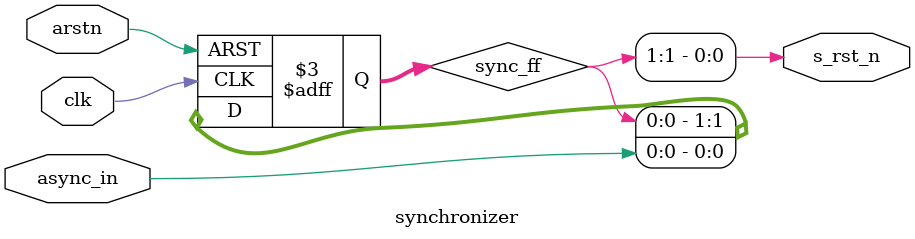
<source format=sv>
`timescale 1ns / 1ps
module synchronizer #(parameter  int N = 2) (
    input logic clk,
    input logic arstn,
    input logic async_in,
    output logic s_rst_n
);

// Flip-flops for synchronization
logic [N-1:0] sync_ff;

always_ff @(posedge clk or negedge arstn) begin
    if (~arstn) begin
        sync_ff <= 'b0;
    end else begin
        sync_ff <= {sync_ff[N-2:0],async_in};
    end
end

// Output synchronized signal
assign s_rst_n = sync_ff[N-1];

endmodule

</source>
